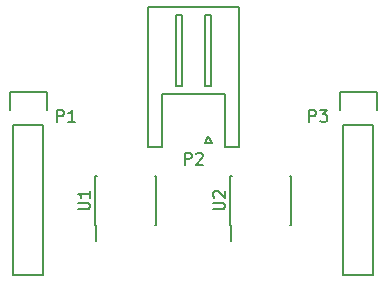
<source format=gto>
G04 #@! TF.FileFunction,Legend,Top*
%FSLAX45Y45*%
G04 Gerber Fmt 4.5, Leading zero omitted, Abs format (unit mm)*
G04 Created by KiCad (PCBNEW 4.0.4-stable) date Sat Oct 29 12:27:33 2016*
%MOMM*%
%LPD*%
G01*
G04 APERTURE LIST*
%ADD10C,0.100000*%
%ADD11C,0.150000*%
G04 APERTURE END LIST*
D10*
D11*
X9717500Y-8272500D02*
X10102500Y-8272500D01*
X10102500Y-8272500D02*
X10102500Y-9452500D01*
X10102500Y-9452500D02*
X9982500Y-9452500D01*
X9982500Y-9452500D02*
X9982500Y-9002500D01*
X9982500Y-9002500D02*
X9717500Y-9002500D01*
X9717500Y-8272500D02*
X9332500Y-8272500D01*
X9332500Y-8272500D02*
X9332500Y-9452500D01*
X9332500Y-9452500D02*
X9452500Y-9452500D01*
X9452500Y-9452500D02*
X9452500Y-9002500D01*
X9452500Y-9002500D02*
X9717500Y-9002500D01*
X9867500Y-8937500D02*
X9867500Y-8337500D01*
X9867500Y-8337500D02*
X9817500Y-8337500D01*
X9817500Y-8337500D02*
X9817500Y-8937500D01*
X9817500Y-8937500D02*
X9867500Y-8937500D01*
X9617500Y-8937500D02*
X9617500Y-8337500D01*
X9617500Y-8337500D02*
X9567500Y-8337500D01*
X9567500Y-8337500D02*
X9567500Y-8937500D01*
X9567500Y-8937500D02*
X9617500Y-8937500D01*
X9842500Y-9357500D02*
X9872500Y-9417500D01*
X9872500Y-9417500D02*
X9812500Y-9417500D01*
X9812500Y-9417500D02*
X9842500Y-9357500D01*
X8886500Y-10113500D02*
X8891500Y-10113500D01*
X8886500Y-9698500D02*
X8901000Y-9698500D01*
X9401500Y-9698500D02*
X9387000Y-9698500D01*
X9401500Y-10113500D02*
X9387000Y-10113500D01*
X8886500Y-10113500D02*
X8886500Y-9698500D01*
X9401500Y-10113500D02*
X9401500Y-9698500D01*
X8891500Y-10113500D02*
X8891500Y-10253500D01*
X10029500Y-10113500D02*
X10034500Y-10113500D01*
X10029500Y-9698500D02*
X10044000Y-9698500D01*
X10544500Y-9698500D02*
X10530000Y-9698500D01*
X10544500Y-10113500D02*
X10530000Y-10113500D01*
X10029500Y-10113500D02*
X10029500Y-9698500D01*
X10544500Y-10113500D02*
X10544500Y-9698500D01*
X10034500Y-10113500D02*
X10034500Y-10253500D01*
X8445500Y-9271000D02*
X8445500Y-10541000D01*
X8445500Y-10541000D02*
X8191500Y-10541000D01*
X8191500Y-10541000D02*
X8191500Y-9271000D01*
X8473500Y-8989000D02*
X8473500Y-9144000D01*
X8445500Y-9271000D02*
X8191500Y-9271000D01*
X8163500Y-9144000D02*
X8163500Y-8989000D01*
X8163500Y-8989000D02*
X8473500Y-8989000D01*
X11239500Y-9271000D02*
X11239500Y-10541000D01*
X11239500Y-10541000D02*
X10985500Y-10541000D01*
X10985500Y-10541000D02*
X10985500Y-9271000D01*
X11267500Y-8989000D02*
X11267500Y-9144000D01*
X11239500Y-9271000D02*
X10985500Y-9271000D01*
X10957500Y-9144000D02*
X10957500Y-8989000D01*
X10957500Y-8989000D02*
X11267500Y-8989000D01*
X9643691Y-9602738D02*
X9643691Y-9502738D01*
X9681786Y-9502738D01*
X9691310Y-9507500D01*
X9696072Y-9512262D01*
X9700833Y-9521786D01*
X9700833Y-9536071D01*
X9696072Y-9545595D01*
X9691310Y-9550357D01*
X9681786Y-9555119D01*
X9643691Y-9555119D01*
X9738929Y-9512262D02*
X9743691Y-9507500D01*
X9753214Y-9502738D01*
X9777024Y-9502738D01*
X9786548Y-9507500D01*
X9791310Y-9512262D01*
X9796072Y-9521786D01*
X9796072Y-9531310D01*
X9791310Y-9545595D01*
X9734167Y-9602738D01*
X9796072Y-9602738D01*
X8739238Y-9982191D02*
X8820191Y-9982191D01*
X8829714Y-9977429D01*
X8834476Y-9972667D01*
X8839238Y-9963143D01*
X8839238Y-9944095D01*
X8834476Y-9934571D01*
X8829714Y-9929810D01*
X8820191Y-9925048D01*
X8739238Y-9925048D01*
X8839238Y-9825048D02*
X8839238Y-9882191D01*
X8839238Y-9853619D02*
X8739238Y-9853619D01*
X8753524Y-9863143D01*
X8763048Y-9872667D01*
X8767810Y-9882191D01*
X9882238Y-9982191D02*
X9963191Y-9982191D01*
X9972714Y-9977429D01*
X9977476Y-9972667D01*
X9982238Y-9963143D01*
X9982238Y-9944095D01*
X9977476Y-9934571D01*
X9972714Y-9929810D01*
X9963191Y-9925048D01*
X9882238Y-9925048D01*
X9891762Y-9882191D02*
X9887000Y-9877429D01*
X9882238Y-9867905D01*
X9882238Y-9844095D01*
X9887000Y-9834571D01*
X9891762Y-9829810D01*
X9901286Y-9825048D01*
X9910810Y-9825048D01*
X9925095Y-9829810D01*
X9982238Y-9886952D01*
X9982238Y-9825048D01*
X8562191Y-9240038D02*
X8562191Y-9140038D01*
X8600286Y-9140038D01*
X8609810Y-9144800D01*
X8614572Y-9149562D01*
X8619333Y-9159086D01*
X8619333Y-9173371D01*
X8614572Y-9182895D01*
X8609810Y-9187657D01*
X8600286Y-9192419D01*
X8562191Y-9192419D01*
X8714572Y-9240038D02*
X8657429Y-9240038D01*
X8686000Y-9240038D02*
X8686000Y-9140038D01*
X8676476Y-9154324D01*
X8666952Y-9163848D01*
X8657429Y-9168610D01*
X10695791Y-9240038D02*
X10695791Y-9140038D01*
X10733886Y-9140038D01*
X10743410Y-9144800D01*
X10748172Y-9149562D01*
X10752933Y-9159086D01*
X10752933Y-9173371D01*
X10748172Y-9182895D01*
X10743410Y-9187657D01*
X10733886Y-9192419D01*
X10695791Y-9192419D01*
X10786267Y-9140038D02*
X10848172Y-9140038D01*
X10814838Y-9178133D01*
X10829124Y-9178133D01*
X10838648Y-9182895D01*
X10843410Y-9187657D01*
X10848172Y-9197181D01*
X10848172Y-9220991D01*
X10843410Y-9230514D01*
X10838648Y-9235276D01*
X10829124Y-9240038D01*
X10800552Y-9240038D01*
X10791029Y-9235276D01*
X10786267Y-9230514D01*
M02*

</source>
